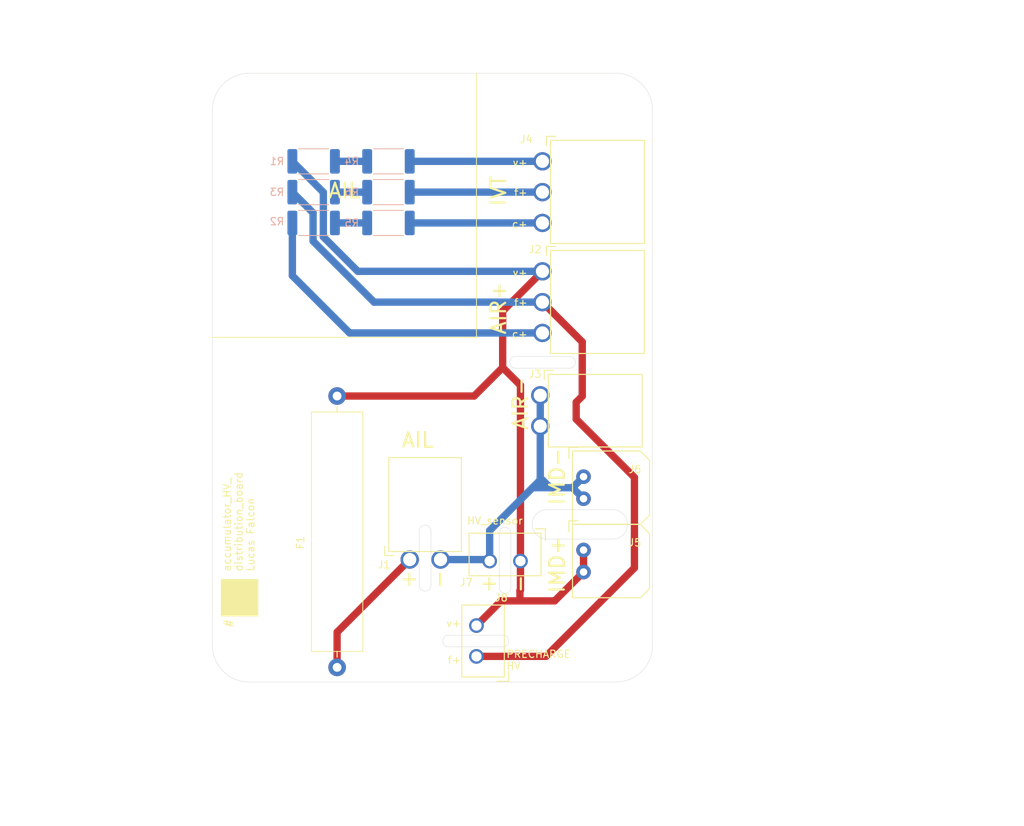
<source format=kicad_pcb>
(kicad_pcb (version 20171130) (host pcbnew "(5.1.6)-1")

  (general
    (thickness 1.6)
    (drawings 67)
    (tracks 56)
    (zones 0)
    (modules 22)
    (nets 12)
  )

  (page A4)
  (layers
    (0 F.Cu signal)
    (31 B.Cu signal)
    (32 B.Adhes user)
    (33 F.Adhes user)
    (34 B.Paste user)
    (35 F.Paste user)
    (36 B.SilkS user)
    (37 F.SilkS user)
    (38 B.Mask user)
    (39 F.Mask user)
    (40 Dwgs.User user)
    (41 Cmts.User user)
    (42 Eco1.User user)
    (43 Eco2.User user)
    (44 Edge.Cuts user)
    (45 Margin user)
    (46 B.CrtYd user)
    (47 F.CrtYd user)
    (48 B.Fab user)
    (49 F.Fab user)
  )

  (setup
    (last_trace_width 1)
    (trace_clearance 0.4)
    (zone_clearance 0.508)
    (zone_45_only no)
    (trace_min 0.2)
    (via_size 0.8)
    (via_drill 0.4)
    (via_min_size 0.4)
    (via_min_drill 0.3)
    (uvia_size 0.3)
    (uvia_drill 0.1)
    (uvias_allowed no)
    (uvia_min_size 0.2)
    (uvia_min_drill 0.1)
    (edge_width 0.05)
    (segment_width 0.2)
    (pcb_text_width 0.3)
    (pcb_text_size 1.5 1.5)
    (mod_edge_width 0.12)
    (mod_text_size 1 1)
    (mod_text_width 0.15)
    (pad_size 1.524 1.524)
    (pad_drill 0.762)
    (pad_to_mask_clearance 0.051)
    (solder_mask_min_width 0.25)
    (aux_axis_origin 145 80)
    (grid_origin 145 80)
    (visible_elements 7FFDFFFF)
    (pcbplotparams
      (layerselection 0x010fc_ffffffff)
      (usegerberextensions false)
      (usegerberattributes false)
      (usegerberadvancedattributes false)
      (creategerberjobfile false)
      (excludeedgelayer true)
      (linewidth 0.100000)
      (plotframeref false)
      (viasonmask false)
      (mode 1)
      (useauxorigin false)
      (hpglpennumber 1)
      (hpglpenspeed 20)
      (hpglpendiameter 15.000000)
      (psnegative false)
      (psa4output false)
      (plotreference true)
      (plotvalue true)
      (plotinvisibletext false)
      (padsonsilk false)
      (subtractmaskfromsilk false)
      (outputformat 1)
      (mirror false)
      (drillshape 1)
      (scaleselection 1)
      (outputdirectory ""))
  )

  (net 0 "")
  (net 1 /AIR+_vehicle_side)
  (net 2 /AIR-_vehicle_side)
  (net 3 /AIR+_fuse_side)
  (net 4 /cells+)
  (net 5 "Net-(F1-Pad1)")
  (net 6 "Net-(J4-Pad1)")
  (net 7 "Net-(J4-Pad2)")
  (net 8 "Net-(J4-Pad3)")
  (net 9 "Net-(R1-Pad1)")
  (net 10 "Net-(R2-Pad1)")
  (net 11 "Net-(R3-Pad1)")

  (net_class Default "This is the default net class."
    (clearance 0.4)
    (trace_width 1)
    (via_dia 0.8)
    (via_drill 0.4)
    (uvia_dia 0.3)
    (uvia_drill 0.1)
    (add_net /AIR+_fuse_side)
    (add_net /AIR+_vehicle_side)
    (add_net /AIR-_vehicle_side)
    (add_net /cells+)
    (add_net "Net-(F1-Pad1)")
    (add_net "Net-(J4-Pad1)")
    (add_net "Net-(J4-Pad2)")
    (add_net "Net-(J4-Pad3)")
    (add_net "Net-(R1-Pad1)")
    (add_net "Net-(R2-Pad1)")
    (add_net "Net-(R3-Pad1)")
  )

  (module MountingHole:MountingHole_3.2mm_M3 (layer B.Cu) (tedit 56D1B4CB) (tstamp 60C738B3)
    (at 120 92)
    (descr "Mounting Hole 3.2mm, no annular, M3")
    (tags "mounting hole 3.2mm no annular m3")
    (attr virtual)
    (fp_text reference REF** (at -0.254 4.572) (layer B.SilkS) hide
      (effects (font (size 1 1) (thickness 0.15)) (justify mirror))
    )
    (fp_text value MountingHole_3.2mm_M3 (at 0 -4.2) (layer B.Fab) hide
      (effects (font (size 1 1) (thickness 0.15)) (justify mirror))
    )
    (fp_circle (center 0 0) (end 3.2 0) (layer Cmts.User) (width 0.15))
    (fp_circle (center 0 0) (end 3.45 0) (layer B.CrtYd) (width 0.05))
    (fp_text user %R (at 0.3 0) (layer B.Fab) hide
      (effects (font (size 1 1) (thickness 0.15)) (justify mirror))
    )
    (pad 1 np_thru_hole circle (at 0 0) (size 3.2 3.2) (drill 3.2) (layers *.Cu *.Mask))
  )

  (module MountingHole:MountingHole_3.2mm_M3 locked (layer B.Cu) (tedit 56D1B4CB) (tstamp 60457073)
    (at 133 71)
    (descr "Mounting Hole 3.2mm, no annular, M3")
    (tags "mounting hole 3.2mm no annular m3")
    (attr virtual)
    (fp_text reference REF** (at -0.254 4.572) (layer B.SilkS) hide
      (effects (font (size 1 1) (thickness 0.15)) (justify mirror))
    )
    (fp_text value MountingHole_3.2mm_M3 (at 0 -4.2) (layer B.Fab) hide
      (effects (font (size 1 1) (thickness 0.15)) (justify mirror))
    )
    (fp_circle (center 0 0) (end 3.2 0) (layer Cmts.User) (width 0.15))
    (fp_circle (center 0 0) (end 3.45 0) (layer B.CrtYd) (width 0.05))
    (fp_text user %R (at 0.3 0) (layer B.Fab) hide
      (effects (font (size 1 1) (thickness 0.15)) (justify mirror))
    )
    (pad 1 np_thru_hole circle (at 0 0) (size 3.2 3.2) (drill 3.2) (layers *.Cu *.Mask))
  )

  (module MountingHole:MountingHole_3.2mm_M3 locked (layer B.Cu) (tedit 56D1B4CB) (tstamp 60456CB2)
    (at 146 45)
    (descr "Mounting Hole 3.2mm, no annular, M3")
    (tags "mounting hole 3.2mm no annular m3")
    (attr virtual)
    (fp_text reference REF** (at -0.254 4.572) (layer B.SilkS) hide
      (effects (font (size 1 1) (thickness 0.15)) (justify mirror))
    )
    (fp_text value MountingHole_3.2mm_M3 (at 0 -4.2) (layer B.Fab) hide
      (effects (font (size 1 1) (thickness 0.15)) (justify mirror))
    )
    (fp_circle (center 0 0) (end 3.2 0) (layer Cmts.User) (width 0.15))
    (fp_circle (center 0 0) (end 3.45 0) (layer B.CrtYd) (width 0.05))
    (fp_text user %R (at 0.3 0) (layer B.Fab) hide
      (effects (font (size 1 1) (thickness 0.15)) (justify mirror))
    )
    (pad 1 np_thru_hole circle (at 0 0) (size 3.2 3.2) (drill 3.2) (layers *.Cu *.Mask))
  )

  (module MountingHole:MountingHole_3.2mm_M3 locked (layer B.Cu) (tedit 56D1B4CB) (tstamp 5E944834)
    (at 170 45 180)
    (descr "Mounting Hole 3.2mm, no annular, M3")
    (tags "mounting hole 3.2mm no annular m3")
    (attr virtual)
    (fp_text reference REF** (at 0 -4.572) (layer B.SilkS) hide
      (effects (font (size 1 1) (thickness 0.15)) (justify mirror))
    )
    (fp_text value MountingHole_3.2mm_M3 (at 0 -4.2) (layer B.Fab) hide
      (effects (font (size 1 1) (thickness 0.15)) (justify mirror))
    )
    (fp_circle (center 0 0) (end 3.2 0) (layer Cmts.User) (width 0.15))
    (fp_circle (center 0 0) (end 3.45 0) (layer B.CrtYd) (width 0.05))
    (fp_text user %R (at 0.3 0) (layer B.Fab) hide
      (effects (font (size 1 1) (thickness 0.15)) (justify mirror))
    )
    (pad 1 np_thru_hole circle (at 0 0 180) (size 3.2 3.2) (drill 3.2) (layers *.Cu *.Mask))
  )

  (module MountingHole:MountingHole_3.2mm_M3 locked (layer B.Cu) (tedit 56D1B4CB) (tstamp 5F74BFA9)
    (at 120 118)
    (descr "Mounting Hole 3.2mm, no annular, M3")
    (tags "mounting hole 3.2mm no annular m3")
    (attr virtual)
    (fp_text reference REF** (at 0 -4.064) (layer B.SilkS) hide
      (effects (font (size 1 1) (thickness 0.15)) (justify mirror))
    )
    (fp_text value MountingHole_3.2mm_M3 (at 0 -4.2) (layer B.Fab) hide
      (effects (font (size 1 1) (thickness 0.15)) (justify mirror))
    )
    (fp_circle (center 0 0) (end 3.2 0) (layer Cmts.User) (width 0.15))
    (fp_circle (center 0 0) (end 3.45 0) (layer B.CrtYd) (width 0.05))
    (fp_text user %R (at 0.3 0) (layer B.Fab) hide
      (effects (font (size 1 1) (thickness 0.15)) (justify mirror))
    )
    (pad 1 np_thru_hole circle (at 0 0) (size 3.2 3.2) (drill 3.2) (layers *.Cu *.Mask))
  )

  (module MountingHole:MountingHole_3.2mm_M3 locked (layer B.Cu) (tedit 56D1B4CB) (tstamp 5E9480E4)
    (at 170 118 180)
    (descr "Mounting Hole 3.2mm, no annular, M3")
    (tags "mounting hole 3.2mm no annular m3")
    (attr virtual)
    (fp_text reference REF** (at 0 4.826) (layer B.SilkS) hide
      (effects (font (size 1 1) (thickness 0.15)) (justify mirror))
    )
    (fp_text value MountingHole_3.2mm_M3 (at 0 -4.2) (layer B.Fab) hide
      (effects (font (size 1 1) (thickness 0.15)) (justify mirror))
    )
    (fp_circle (center 0 0) (end 3.2 0) (layer Cmts.User) (width 0.15))
    (fp_circle (center 0 0) (end 3.45 0) (layer B.CrtYd) (width 0.05))
    (fp_text user %R (at 0.3 0) (layer B.Fab) hide
      (effects (font (size 1 1) (thickness 0.15)) (justify mirror))
    )
    (pad 1 np_thru_hole circle (at 0 0 180) (size 3.2 3.2) (drill 3.2) (layers *.Cu *.Mask))
  )

  (module MountingHole:MountingHole_3.2mm_M3 locked (layer B.Cu) (tedit 56D1B4CB) (tstamp 5E9447DD)
    (at 120 45)
    (descr "Mounting Hole 3.2mm, no annular, M3")
    (tags "mounting hole 3.2mm no annular m3")
    (attr virtual)
    (fp_text reference REF** (at -0.254 4.572) (layer B.SilkS) hide
      (effects (font (size 1 1) (thickness 0.15)) (justify mirror))
    )
    (fp_text value MountingHole_3.2mm_M3 (at 0 -4.2) (layer B.Fab) hide
      (effects (font (size 1 1) (thickness 0.15)) (justify mirror))
    )
    (fp_circle (center 0 0) (end 3.2 0) (layer Cmts.User) (width 0.15))
    (fp_circle (center 0 0) (end 3.45 0) (layer B.CrtYd) (width 0.05))
    (fp_text user %R (at 0.3 0) (layer B.Fab) hide
      (effects (font (size 1 1) (thickness 0.15)) (justify mirror))
    )
    (pad 1 np_thru_hole circle (at 0 0) (size 3.2 3.2) (drill 3.2) (layers *.Cu *.Mask))
  )

  (module KTHFS:Wurth-MPC3_angle_2 (layer F.Cu) (tedit 5D9A6CA2) (tstamp 5F75F946)
    (at 165.6 105 90)
    (path /5E94DAAE)
    (fp_text reference J5 (at 1 7 180) (layer F.SilkS)
      (effects (font (size 1 1) (thickness 0.15)))
    )
    (fp_text value Conn_01x02_Male (at 0 -0.5 90) (layer F.Fab)
      (effects (font (size 1 1) (thickness 0.15)))
    )
    (fp_line (start -6.5 7.75) (end -6.5 -1.5) (layer F.SilkS) (width 0.15))
    (fp_line (start -5.25 9) (end -6.5 7.75) (layer F.SilkS) (width 0.15))
    (fp_line (start 3.5 -1.5) (end 3.5 7.75) (layer F.SilkS) (width 0.15))
    (fp_line (start 3.5 -1.5) (end -6.5 -1.5) (layer F.SilkS) (width 0.15))
    (fp_line (start 3.5 7.75) (end 2.25 9) (layer F.SilkS) (width 0.15))
    (fp_line (start 2.25 9) (end -5.25 9) (layer F.SilkS) (width 0.15))
    (fp_line (start 2.5 -2) (end 4 -2) (layer F.SilkS) (width 0.15))
    (fp_line (start 4 -2) (end 4 -0.75) (layer F.SilkS) (width 0.15))
    (pad "" np_thru_hole circle (at -1.5 4.32 90) (size 3 3) (drill 3) (layers *.Cu *.Mask))
    (pad 2 thru_hole circle (at -3 0 90) (size 2 2) (drill 1.02) (layers *.Cu *.Mask)
      (net 1 /AIR+_vehicle_side))
    (pad 1 thru_hole circle (at 0 0 90) (size 2 2) (drill 1.02) (layers *.Cu *.Mask)
      (net 1 /AIR+_vehicle_side))
    (model ${KICAD_INFRASTRUCTURE}/libraries/3dmodels/Wurth-MPC3_angle_2.stp
      (offset (xyz -1.5 -4 2))
      (scale (xyz 1 1 1))
      (rotate (xyz 0 0 0))
    )
  )

  (module KTHFS:Wurth-MPC3_angle_2 (layer F.Cu) (tedit 5D9A6CA2) (tstamp 5F75F954)
    (at 165.6 95 90)
    (path /5E94DF12)
    (fp_text reference J6 (at 1 7 180) (layer F.SilkS)
      (effects (font (size 1 1) (thickness 0.15)))
    )
    (fp_text value Conn_01x02_Male (at 0 -0.5 90) (layer F.Fab)
      (effects (font (size 1 1) (thickness 0.15)))
    )
    (fp_line (start 4 -2) (end 4 -0.75) (layer F.SilkS) (width 0.15))
    (fp_line (start 2.5 -2) (end 4 -2) (layer F.SilkS) (width 0.15))
    (fp_line (start 2.25 9) (end -5.25 9) (layer F.SilkS) (width 0.15))
    (fp_line (start 3.5 7.75) (end 2.25 9) (layer F.SilkS) (width 0.15))
    (fp_line (start 3.5 -1.5) (end -6.5 -1.5) (layer F.SilkS) (width 0.15))
    (fp_line (start 3.5 -1.5) (end 3.5 7.75) (layer F.SilkS) (width 0.15))
    (fp_line (start -5.25 9) (end -6.5 7.75) (layer F.SilkS) (width 0.15))
    (fp_line (start -6.5 7.75) (end -6.5 -1.5) (layer F.SilkS) (width 0.15))
    (pad 1 thru_hole circle (at 0 0 90) (size 2 2) (drill 1.02) (layers *.Cu *.Mask)
      (net 2 /AIR-_vehicle_side))
    (pad 2 thru_hole circle (at -3 0 90) (size 2 2) (drill 1.02) (layers *.Cu *.Mask)
      (net 2 /AIR-_vehicle_side))
    (pad "" np_thru_hole circle (at -1.5 4.32 90) (size 3 3) (drill 3) (layers *.Cu *.Mask))
    (model ${KICAD_INFRASTRUCTURE}/libraries/3dmodels/Wurth-MPC3_angle_2.stp
      (offset (xyz -1.5 -4 2))
      (scale (xyz 1 1 1))
      (rotate (xyz 0 0 0))
    )
  )

  (module KTHFS:Wurth-MPC4_male_angle_2 (layer F.Cu) (tedit 5FC37223) (tstamp 60456D13)
    (at 144 99 180)
    (path /5E90A16B)
    (fp_text reference J1 (at 5.6 -8) (layer F.SilkS)
      (effects (font (size 1 1) (thickness 0.15)))
    )
    (fp_text value Conn_01x02_Male (at -13 -8) (layer F.Fab)
      (effects (font (size 1 1) (thickness 0.15)))
    )
    (fp_line (start 5.5 -6.75) (end 5.5 -5.5) (layer F.SilkS) (width 0.15))
    (fp_line (start 4.25 -6.75) (end 5.5 -6.75) (layer F.SilkS) (width 0.15))
    (fp_line (start 4.95 6.6) (end 4.95 -6.2) (layer F.SilkS) (width 0.15))
    (fp_line (start -4.95 6.6) (end 4.95 6.6) (layer F.SilkS) (width 0.15))
    (fp_line (start -4.95 6.6) (end -4.95 -6.2) (layer F.SilkS) (width 0.15))
    (fp_line (start 4.95 -6.2) (end -4.95 -6.2) (layer F.SilkS) (width 0.15))
    (pad "" np_thru_hole circle (at 0 0 180) (size 3 3) (drill 3) (layers *.Cu *.Mask))
    (pad 1 thru_hole circle (at 2.1 -7.3 180) (size 2.5 2.5) (drill 1.8) (layers *.Cu *.Mask)
      (net 5 "Net-(F1-Pad1)"))
    (pad 2 thru_hole circle (at -2.1 -7.3 180) (size 2.5 2.5) (drill 1.8) (layers *.Cu *.Mask)
      (net 2 /AIR-_vehicle_side))
    (model ${KICAD_INFRASTRUCTURE}/libraries/3dmodels/Wurth-MPC4_angle_2.stp
      (offset (xyz 0 0 3.25))
      (scale (xyz 1 1 1))
      (rotate (xyz 0 0 90))
    )
  )

  (module KTHFS:Wurth-MPC4_male_angle_3 (layer F.Cu) (tedit 5FC37215) (tstamp 60456563)
    (at 160 67 90)
    (path /5F823A6A)
    (fp_text reference J2 (at 3 -1 180) (layer F.SilkS)
      (effects (font (size 1 1) (thickness 0.15)))
    )
    (fp_text value Conn_01x03_Male (at -13 -8 90) (layer F.Fab)
      (effects (font (size 1 1) (thickness 0.15)))
    )
    (fp_line (start 2.85 1.1) (end -11.2 1.1) (layer F.SilkS) (width 0.15))
    (fp_line (start -11.2 13.9) (end -11.2 1.1) (layer F.SilkS) (width 0.15))
    (fp_line (start -11.2 13.9) (end 2.85 13.9) (layer F.SilkS) (width 0.15))
    (fp_line (start 2.85 13.9) (end 2.85 1.1) (layer F.SilkS) (width 0.15))
    (fp_line (start 2.15 0.55) (end 3.4 0.55) (layer F.SilkS) (width 0.15))
    (fp_line (start 3.4 0.55) (end 3.4 1.8) (layer F.SilkS) (width 0.15))
    (pad 3 thru_hole circle (at -8.4 0 90) (size 2.5 2.5) (drill 1.8) (layers *.Cu *.Mask)
      (net 4 /cells+))
    (pad 2 thru_hole circle (at -4.2 0 90) (size 2.5 2.5) (drill 1.8) (layers *.Cu *.Mask)
      (net 3 /AIR+_fuse_side))
    (pad 1 thru_hole circle (at 0 0 90) (size 2.5 2.5) (drill 1.8) (layers *.Cu *.Mask)
      (net 1 /AIR+_vehicle_side))
    (pad "" np_thru_hole circle (at -4.2 7.3 90) (size 3 3) (drill 3) (layers *.Cu *.Mask))
    (model ${KICAD_INFRASTRUCTURE}/libraries/3dmodels/Wurth-MPC4_angle_3.stp
      (offset (xyz -4.25 -7.5 3.75))
      (scale (xyz 1 1 1))
      (rotate (xyz -90 0 0))
    )
  )

  (module KTHFS:Wurth-MPC4_male_angle_3 (layer F.Cu) (tedit 5FC37215) (tstamp 6045657B)
    (at 160 52 90)
    (path /5E931353)
    (fp_text reference J4 (at 3 -2.2 180) (layer F.SilkS)
      (effects (font (size 1 1) (thickness 0.15)))
    )
    (fp_text value Conn_01x03_Male (at -13 -8 90) (layer F.Fab)
      (effects (font (size 1 1) (thickness 0.15)))
    )
    (fp_line (start 3.4 0.55) (end 3.4 1.8) (layer F.SilkS) (width 0.15))
    (fp_line (start 2.15 0.55) (end 3.4 0.55) (layer F.SilkS) (width 0.15))
    (fp_line (start 2.85 13.9) (end 2.85 1.1) (layer F.SilkS) (width 0.15))
    (fp_line (start -11.2 13.9) (end 2.85 13.9) (layer F.SilkS) (width 0.15))
    (fp_line (start -11.2 13.9) (end -11.2 1.1) (layer F.SilkS) (width 0.15))
    (fp_line (start 2.85 1.1) (end -11.2 1.1) (layer F.SilkS) (width 0.15))
    (pad "" np_thru_hole circle (at -4.2 7.3 90) (size 3 3) (drill 3) (layers *.Cu *.Mask))
    (pad 1 thru_hole circle (at 0 0 90) (size 2.5 2.5) (drill 1.8) (layers *.Cu *.Mask)
      (net 6 "Net-(J4-Pad1)"))
    (pad 2 thru_hole circle (at -4.2 0 90) (size 2.5 2.5) (drill 1.8) (layers *.Cu *.Mask)
      (net 7 "Net-(J4-Pad2)"))
    (pad 3 thru_hole circle (at -8.4 0 90) (size 2.5 2.5) (drill 1.8) (layers *.Cu *.Mask)
      (net 8 "Net-(J4-Pad3)"))
    (model ${KICAD_INFRASTRUCTURE}/libraries/3dmodels/Wurth-MPC4_angle_3.stp
      (offset (xyz -4.25 -7.5 3.75))
      (scale (xyz 1 1 1))
      (rotate (xyz -90 0 0))
    )
  )

  (module KTHFS:Wurth-MPC4_male_vert_2 (layer F.Cu) (tedit 5FC3723C) (tstamp 60456812)
    (at 151 119.5 90)
    (path /5E90ECE1)
    (fp_text reference J8 (at 8 3.4 180) (layer F.SilkS)
      (effects (font (size 1 1) (thickness 0.15)))
    )
    (fp_text value Conn_01x02_Male (at 0 -0.5 90) (layer F.Fab)
      (effects (font (size 1 1) (thickness 0.15)))
    )
    (fp_line (start -3.4 4.4) (end -2 4.4) (layer F.SilkS) (width 0.15))
    (fp_line (start -3.4 2.8) (end -3.4 4.4) (layer F.SilkS) (width 0.15))
    (fp_line (start 7 -2) (end -2.8 -2) (layer F.SilkS) (width 0.15))
    (fp_line (start 7 3.8) (end 7 -2) (layer F.SilkS) (width 0.15))
    (fp_line (start -2.8 3.8) (end 7 3.8) (layer F.SilkS) (width 0.15))
    (fp_line (start -2.8 -2) (end -2.8 3.8) (layer F.SilkS) (width 0.15))
    (pad 1 thru_hole circle (at 0 0 90) (size 2 2) (drill 1.4) (layers *.Cu *.Mask)
      (net 3 /AIR+_fuse_side))
    (pad 2 thru_hole circle (at 4.2 0 90) (size 2 2) (drill 1.4) (layers *.Cu *.Mask)
      (net 1 /AIR+_vehicle_side))
    (model ${KICAD_INFRASTRUCTURE}/libraries/3dmodels/Wurth-MPC4_vert_2.stp
      (offset (xyz 2 -1 6.5))
      (scale (xyz 1 1 1))
      (rotate (xyz 0 0 0))
    )
  )

  (module KTHFS:Wurth-MPC4_male_angle_2 (layer F.Cu) (tedit 5FC37223) (tstamp 604567AE)
    (at 167 86 90)
    (path /5E93043B)
    (fp_text reference J3 (at 5 -8 180) (layer F.SilkS)
      (effects (font (size 1 1) (thickness 0.15)))
    )
    (fp_text value Conn_01x02_Male (at -13 -8 90) (layer F.Fab)
      (effects (font (size 1 1) (thickness 0.15)))
    )
    (fp_line (start 5.5 -6.75) (end 5.5 -5.5) (layer F.SilkS) (width 0.15))
    (fp_line (start 4.25 -6.75) (end 5.5 -6.75) (layer F.SilkS) (width 0.15))
    (fp_line (start 4.95 6.6) (end 4.95 -6.2) (layer F.SilkS) (width 0.15))
    (fp_line (start -4.95 6.6) (end 4.95 6.6) (layer F.SilkS) (width 0.15))
    (fp_line (start -4.95 6.6) (end -4.95 -6.2) (layer F.SilkS) (width 0.15))
    (fp_line (start 4.95 -6.2) (end -4.95 -6.2) (layer F.SilkS) (width 0.15))
    (pad "" np_thru_hole circle (at 0 0 90) (size 3 3) (drill 3) (layers *.Cu *.Mask))
    (pad 1 thru_hole circle (at 2.1 -7.3 90) (size 2.5 2.5) (drill 1.8) (layers *.Cu *.Mask)
      (net 2 /AIR-_vehicle_side))
    (pad 2 thru_hole circle (at -2.1 -7.3 90) (size 2.5 2.5) (drill 1.8) (layers *.Cu *.Mask)
      (net 2 /AIR-_vehicle_side))
    (model ${KICAD_INFRASTRUCTURE}/libraries/3dmodels/Wurth-MPC4_angle_2.stp
      (offset (xyz 0 0 3.25))
      (scale (xyz 1 1 1))
      (rotate (xyz 0 0 90))
    )
  )

  (module KTHFS:Wurth-MPC4_male_vert_2 (layer F.Cu) (tedit 5FC3723C) (tstamp 604571A8)
    (at 157 106.5 180)
    (path /5E90E784)
    (fp_text reference J7 (at 7.4 -2.9) (layer F.SilkS)
      (effects (font (size 1 1) (thickness 0.15)))
    )
    (fp_text value Conn_01x02_Male (at 0 -0.5) (layer F.Fab)
      (effects (font (size 1 1) (thickness 0.15)))
    )
    (fp_line (start -3.4 4.4) (end -2 4.4) (layer F.SilkS) (width 0.15))
    (fp_line (start -3.4 2.8) (end -3.4 4.4) (layer F.SilkS) (width 0.15))
    (fp_line (start 7 -2) (end -2.8 -2) (layer F.SilkS) (width 0.15))
    (fp_line (start 7 3.8) (end 7 -2) (layer F.SilkS) (width 0.15))
    (fp_line (start -2.8 3.8) (end 7 3.8) (layer F.SilkS) (width 0.15))
    (fp_line (start -2.8 -2) (end -2.8 3.8) (layer F.SilkS) (width 0.15))
    (pad 1 thru_hole circle (at 0 0 180) (size 2 2) (drill 1.4) (layers *.Cu *.Mask)
      (net 1 /AIR+_vehicle_side))
    (pad 2 thru_hole circle (at 4.2 0 180) (size 2 2) (drill 1.4) (layers *.Cu *.Mask)
      (net 2 /AIR-_vehicle_side))
    (model ${KICAD_INFRASTRUCTURE}/libraries/3dmodels/Wurth-MPC4_vert_2.stp
      (offset (xyz 2 -1 6.5))
      (scale (xyz 1 1 1))
      (rotate (xyz 0 0 0))
    )
  )

  (module Fuse:Fuse_SunFuse-6HP (layer F.Cu) (tedit 5A64049B) (tstamp 6057322F)
    (at 132 121 90)
    (descr "SunFuse Ceramic Slow Blow Fuse 6H_6HP.PDF")
    (tags "UL/CSA 6x32mm Ceramic Slow Blow Fuse")
    (path /60572C24)
    (fp_text reference F1 (at 17 -5 90) (layer F.SilkS)
      (effects (font (size 1 1) (thickness 0.15)))
    )
    (fp_text value "200 mA" (at 19.05 -5.08 90) (layer F.Fab)
      (effects (font (size 1 1) (thickness 0.15)))
    )
    (fp_line (start 0 0) (end 2.25 0) (layer F.Fab) (width 0.1))
    (fp_line (start 34.75 0) (end 37 0) (layer F.Fab) (width 0.1))
    (fp_line (start 34.82 0) (end 35.5 0) (layer F.SilkS) (width 0.15))
    (fp_line (start 1.4 0) (end 2.18 0) (layer F.SilkS) (width 0.15))
    (fp_line (start 10 2.5) (end 27 2.5) (layer F.Fab) (width 0.1))
    (fp_line (start 10 -2.5) (end 27 -2.5) (layer F.Fab) (width 0.1))
    (fp_line (start 27 3.05) (end 30 3.05) (layer F.Fab) (width 0.1))
    (fp_line (start 27 -3.05) (end 30 -3.05) (layer F.Fab) (width 0.1))
    (fp_line (start 7 3.05) (end 10 3.05) (layer F.Fab) (width 0.1))
    (fp_line (start 7 -3.05) (end 10 -3.05) (layer F.Fab) (width 0.1))
    (fp_line (start 27 3.05) (end 27 -3.05) (layer F.Fab) (width 0.1))
    (fp_line (start 30 -3.375) (end 30 3.375) (layer F.Fab) (width 0.1))
    (fp_line (start 7 -3.375) (end 7 3.375) (layer F.Fab) (width 0.1))
    (fp_line (start 30 3.37) (end 34.75 3.375) (layer F.Fab) (width 0.1))
    (fp_line (start 30 -3.375) (end 34.75 -3.375) (layer F.Fab) (width 0.1))
    (fp_line (start 34.75 -3.375) (end 34.75 3.375) (layer F.Fab) (width 0.1))
    (fp_line (start 2.25 3.375) (end 7 3.375) (layer F.Fab) (width 0.1))
    (fp_line (start 10 3.05) (end 10 -3.05) (layer F.Fab) (width 0.1))
    (fp_line (start 2.25 -3.375) (end 7 -3.375) (layer F.Fab) (width 0.1))
    (fp_line (start 2.25 -3.375) (end 2.25 3.375) (layer F.Fab) (width 0.1))
    (fp_line (start -1.5 -3.75) (end 38.5 -3.75) (layer F.CrtYd) (width 0.05))
    (fp_line (start -1.5 -3.75) (end -1.5 3.75) (layer F.CrtYd) (width 0.05))
    (fp_line (start 38.5 3.75) (end 38.5 -3.75) (layer F.CrtYd) (width 0.05))
    (fp_line (start -1.5 3.75) (end 38.5 3.75) (layer F.CrtYd) (width 0.05))
    (fp_line (start 2.18 -3.5) (end 34.82 -3.5) (layer F.SilkS) (width 0.12))
    (fp_line (start 2.18 -3.5) (end 2.18 3.5) (layer F.SilkS) (width 0.12))
    (fp_line (start 34.82 3.5) (end 34.82 -3.5) (layer F.SilkS) (width 0.12))
    (fp_line (start 2.18 3.5) (end 34.82 3.5) (layer F.SilkS) (width 0.12))
    (fp_text user %R (at 17.78 5.08 90) (layer F.Fab)
      (effects (font (size 1 1) (thickness 0.15)))
    )
    (pad 1 thru_hole circle (at 0 0 90) (size 2.4 2.4) (drill 1.2) (layers *.Cu *.Mask)
      (net 5 "Net-(F1-Pad1)"))
    (pad 2 thru_hole circle (at 37 0 90) (size 2.4 2.4) (drill 1.2) (layers *.Cu *.Mask)
      (net 1 /AIR+_vehicle_side))
    (model ${KISYS3DMOD}/Fuse.3dshapes/Fuse_SunFuse-6HP.wrl
      (at (xyz 0 0 0))
      (scale (xyz 1 1 1))
      (rotate (xyz 0 0 0))
    )
  )

  (module Resistor_SMD:R_2512_6332Metric (layer B.Cu) (tedit 5B301BBD) (tstamp 60576D43)
    (at 128.8 52 180)
    (descr "Resistor SMD 2512 (6332 Metric), square (rectangular) end terminal, IPC_7351 nominal, (Body size source: http://www.tortai-tech.com/upload/download/2011102023233369053.pdf), generated with kicad-footprint-generator")
    (tags resistor)
    (path /60583AB1)
    (attr smd)
    (fp_text reference R1 (at 5 0) (layer B.SilkS)
      (effects (font (size 1 1) (thickness 0.15)) (justify mirror))
    )
    (fp_text value 100k (at 0 -2.62) (layer B.Fab)
      (effects (font (size 1 1) (thickness 0.15)) (justify mirror))
    )
    (fp_line (start 3.82 -1.92) (end -3.82 -1.92) (layer B.CrtYd) (width 0.05))
    (fp_line (start 3.82 1.92) (end 3.82 -1.92) (layer B.CrtYd) (width 0.05))
    (fp_line (start -3.82 1.92) (end 3.82 1.92) (layer B.CrtYd) (width 0.05))
    (fp_line (start -3.82 -1.92) (end -3.82 1.92) (layer B.CrtYd) (width 0.05))
    (fp_line (start -2.052064 -1.71) (end 2.052064 -1.71) (layer B.SilkS) (width 0.12))
    (fp_line (start -2.052064 1.71) (end 2.052064 1.71) (layer B.SilkS) (width 0.12))
    (fp_line (start 3.15 -1.6) (end -3.15 -1.6) (layer B.Fab) (width 0.1))
    (fp_line (start 3.15 1.6) (end 3.15 -1.6) (layer B.Fab) (width 0.1))
    (fp_line (start -3.15 1.6) (end 3.15 1.6) (layer B.Fab) (width 0.1))
    (fp_line (start -3.15 -1.6) (end -3.15 1.6) (layer B.Fab) (width 0.1))
    (fp_text user %R (at 0 0) (layer B.Fab)
      (effects (font (size 1 1) (thickness 0.15)) (justify mirror))
    )
    (pad 2 smd roundrect (at 2.9 0 180) (size 1.35 3.35) (layers B.Cu B.Paste B.Mask) (roundrect_rratio 0.185185)
      (net 1 /AIR+_vehicle_side))
    (pad 1 smd roundrect (at -2.9 0 180) (size 1.35 3.35) (layers B.Cu B.Paste B.Mask) (roundrect_rratio 0.185185)
      (net 9 "Net-(R1-Pad1)"))
    (model ${KISYS3DMOD}/Resistor_SMD.3dshapes/R_2512_6332Metric.wrl
      (at (xyz 0 0 0))
      (scale (xyz 1 1 1))
      (rotate (xyz 0 0 0))
    )
  )

  (module Resistor_SMD:R_2512_6332Metric (layer B.Cu) (tedit 5B301BBD) (tstamp 60576D53)
    (at 128.8 60.4 180)
    (descr "Resistor SMD 2512 (6332 Metric), square (rectangular) end terminal, IPC_7351 nominal, (Body size source: http://www.tortai-tech.com/upload/download/2011102023233369053.pdf), generated with kicad-footprint-generator")
    (tags resistor)
    (path /60584066)
    (attr smd)
    (fp_text reference R2 (at 5 0.2) (layer B.SilkS)
      (effects (font (size 1 1) (thickness 0.15)) (justify mirror))
    )
    (fp_text value 100k (at 0 -2.62) (layer B.Fab)
      (effects (font (size 1 1) (thickness 0.15)) (justify mirror))
    )
    (fp_line (start -3.15 -1.6) (end -3.15 1.6) (layer B.Fab) (width 0.1))
    (fp_line (start -3.15 1.6) (end 3.15 1.6) (layer B.Fab) (width 0.1))
    (fp_line (start 3.15 1.6) (end 3.15 -1.6) (layer B.Fab) (width 0.1))
    (fp_line (start 3.15 -1.6) (end -3.15 -1.6) (layer B.Fab) (width 0.1))
    (fp_line (start -2.052064 1.71) (end 2.052064 1.71) (layer B.SilkS) (width 0.12))
    (fp_line (start -2.052064 -1.71) (end 2.052064 -1.71) (layer B.SilkS) (width 0.12))
    (fp_line (start -3.82 -1.92) (end -3.82 1.92) (layer B.CrtYd) (width 0.05))
    (fp_line (start -3.82 1.92) (end 3.82 1.92) (layer B.CrtYd) (width 0.05))
    (fp_line (start 3.82 1.92) (end 3.82 -1.92) (layer B.CrtYd) (width 0.05))
    (fp_line (start 3.82 -1.92) (end -3.82 -1.92) (layer B.CrtYd) (width 0.05))
    (fp_text user %R (at 0 0) (layer B.Fab)
      (effects (font (size 1 1) (thickness 0.15)) (justify mirror))
    )
    (pad 1 smd roundrect (at -2.9 0 180) (size 1.35 3.35) (layers B.Cu B.Paste B.Mask) (roundrect_rratio 0.185185)
      (net 10 "Net-(R2-Pad1)"))
    (pad 2 smd roundrect (at 2.9 0 180) (size 1.35 3.35) (layers B.Cu B.Paste B.Mask) (roundrect_rratio 0.185185)
      (net 4 /cells+))
    (model ${KISYS3DMOD}/Resistor_SMD.3dshapes/R_2512_6332Metric.wrl
      (at (xyz 0 0 0))
      (scale (xyz 1 1 1))
      (rotate (xyz 0 0 0))
    )
  )

  (module Resistor_SMD:R_2512_6332Metric (layer B.Cu) (tedit 5B301BBD) (tstamp 60576D63)
    (at 128.8 56.2 180)
    (descr "Resistor SMD 2512 (6332 Metric), square (rectangular) end terminal, IPC_7351 nominal, (Body size source: http://www.tortai-tech.com/upload/download/2011102023233369053.pdf), generated with kicad-footprint-generator")
    (tags resistor)
    (path /605846E7)
    (attr smd)
    (fp_text reference R3 (at 5 0) (layer B.SilkS)
      (effects (font (size 1 1) (thickness 0.15)) (justify mirror))
    )
    (fp_text value 100k (at 0 -2.62) (layer B.Fab)
      (effects (font (size 1 1) (thickness 0.15)) (justify mirror))
    )
    (fp_line (start 3.82 -1.92) (end -3.82 -1.92) (layer B.CrtYd) (width 0.05))
    (fp_line (start 3.82 1.92) (end 3.82 -1.92) (layer B.CrtYd) (width 0.05))
    (fp_line (start -3.82 1.92) (end 3.82 1.92) (layer B.CrtYd) (width 0.05))
    (fp_line (start -3.82 -1.92) (end -3.82 1.92) (layer B.CrtYd) (width 0.05))
    (fp_line (start -2.052064 -1.71) (end 2.052064 -1.71) (layer B.SilkS) (width 0.12))
    (fp_line (start -2.052064 1.71) (end 2.052064 1.71) (layer B.SilkS) (width 0.12))
    (fp_line (start 3.15 -1.6) (end -3.15 -1.6) (layer B.Fab) (width 0.1))
    (fp_line (start 3.15 1.6) (end 3.15 -1.6) (layer B.Fab) (width 0.1))
    (fp_line (start -3.15 1.6) (end 3.15 1.6) (layer B.Fab) (width 0.1))
    (fp_line (start -3.15 -1.6) (end -3.15 1.6) (layer B.Fab) (width 0.1))
    (fp_text user %R (at 0 0) (layer B.Fab)
      (effects (font (size 1 1) (thickness 0.15)) (justify mirror))
    )
    (pad 2 smd roundrect (at 2.9 0 180) (size 1.35 3.35) (layers B.Cu B.Paste B.Mask) (roundrect_rratio 0.185185)
      (net 3 /AIR+_fuse_side))
    (pad 1 smd roundrect (at -2.9 0 180) (size 1.35 3.35) (layers B.Cu B.Paste B.Mask) (roundrect_rratio 0.185185)
      (net 11 "Net-(R3-Pad1)"))
    (model ${KISYS3DMOD}/Resistor_SMD.3dshapes/R_2512_6332Metric.wrl
      (at (xyz 0 0 0))
      (scale (xyz 1 1 1))
      (rotate (xyz 0 0 0))
    )
  )

  (module Resistor_SMD:R_2512_6332Metric (layer B.Cu) (tedit 5B301BBD) (tstamp 60576D73)
    (at 139 52 180)
    (descr "Resistor SMD 2512 (6332 Metric), square (rectangular) end terminal, IPC_7351 nominal, (Body size source: http://www.tortai-tech.com/upload/download/2011102023233369053.pdf), generated with kicad-footprint-generator")
    (tags resistor)
    (path /60577FF4)
    (attr smd)
    (fp_text reference R4 (at 5 0) (layer B.SilkS)
      (effects (font (size 1 1) (thickness 0.15)) (justify mirror))
    )
    (fp_text value 100k (at 0 -2.62) (layer B.Fab)
      (effects (font (size 1 1) (thickness 0.15)) (justify mirror))
    )
    (fp_line (start -3.15 -1.6) (end -3.15 1.6) (layer B.Fab) (width 0.1))
    (fp_line (start -3.15 1.6) (end 3.15 1.6) (layer B.Fab) (width 0.1))
    (fp_line (start 3.15 1.6) (end 3.15 -1.6) (layer B.Fab) (width 0.1))
    (fp_line (start 3.15 -1.6) (end -3.15 -1.6) (layer B.Fab) (width 0.1))
    (fp_line (start -2.052064 1.71) (end 2.052064 1.71) (layer B.SilkS) (width 0.12))
    (fp_line (start -2.052064 -1.71) (end 2.052064 -1.71) (layer B.SilkS) (width 0.12))
    (fp_line (start -3.82 -1.92) (end -3.82 1.92) (layer B.CrtYd) (width 0.05))
    (fp_line (start -3.82 1.92) (end 3.82 1.92) (layer B.CrtYd) (width 0.05))
    (fp_line (start 3.82 1.92) (end 3.82 -1.92) (layer B.CrtYd) (width 0.05))
    (fp_line (start 3.82 -1.92) (end -3.82 -1.92) (layer B.CrtYd) (width 0.05))
    (fp_text user %R (at 0 0) (layer B.Fab)
      (effects (font (size 1 1) (thickness 0.15)) (justify mirror))
    )
    (pad 1 smd roundrect (at -2.9 0 180) (size 1.35 3.35) (layers B.Cu B.Paste B.Mask) (roundrect_rratio 0.185185)
      (net 6 "Net-(J4-Pad1)"))
    (pad 2 smd roundrect (at 2.9 0 180) (size 1.35 3.35) (layers B.Cu B.Paste B.Mask) (roundrect_rratio 0.185185)
      (net 9 "Net-(R1-Pad1)"))
    (model ${KISYS3DMOD}/Resistor_SMD.3dshapes/R_2512_6332Metric.wrl
      (at (xyz 0 0 0))
      (scale (xyz 1 1 1))
      (rotate (xyz 0 0 0))
    )
  )

  (module Resistor_SMD:R_2512_6332Metric (layer B.Cu) (tedit 5B301BBD) (tstamp 60576D83)
    (at 139 60.4 180)
    (descr "Resistor SMD 2512 (6332 Metric), square (rectangular) end terminal, IPC_7351 nominal, (Body size source: http://www.tortai-tech.com/upload/download/2011102023233369053.pdf), generated with kicad-footprint-generator")
    (tags resistor)
    (path /6057B3D5)
    (attr smd)
    (fp_text reference R5 (at 5 0) (layer B.SilkS)
      (effects (font (size 1 1) (thickness 0.15)) (justify mirror))
    )
    (fp_text value 100k (at 0 -2.62) (layer B.Fab)
      (effects (font (size 1 1) (thickness 0.15)) (justify mirror))
    )
    (fp_line (start -3.15 -1.6) (end -3.15 1.6) (layer B.Fab) (width 0.1))
    (fp_line (start -3.15 1.6) (end 3.15 1.6) (layer B.Fab) (width 0.1))
    (fp_line (start 3.15 1.6) (end 3.15 -1.6) (layer B.Fab) (width 0.1))
    (fp_line (start 3.15 -1.6) (end -3.15 -1.6) (layer B.Fab) (width 0.1))
    (fp_line (start -2.052064 1.71) (end 2.052064 1.71) (layer B.SilkS) (width 0.12))
    (fp_line (start -2.052064 -1.71) (end 2.052064 -1.71) (layer B.SilkS) (width 0.12))
    (fp_line (start -3.82 -1.92) (end -3.82 1.92) (layer B.CrtYd) (width 0.05))
    (fp_line (start -3.82 1.92) (end 3.82 1.92) (layer B.CrtYd) (width 0.05))
    (fp_line (start 3.82 1.92) (end 3.82 -1.92) (layer B.CrtYd) (width 0.05))
    (fp_line (start 3.82 -1.92) (end -3.82 -1.92) (layer B.CrtYd) (width 0.05))
    (fp_text user %R (at 0 0) (layer B.Fab)
      (effects (font (size 1 1) (thickness 0.15)) (justify mirror))
    )
    (pad 1 smd roundrect (at -2.9 0 180) (size 1.35 3.35) (layers B.Cu B.Paste B.Mask) (roundrect_rratio 0.185185)
      (net 8 "Net-(J4-Pad3)"))
    (pad 2 smd roundrect (at 2.9 0 180) (size 1.35 3.35) (layers B.Cu B.Paste B.Mask) (roundrect_rratio 0.185185)
      (net 10 "Net-(R2-Pad1)"))
    (model ${KISYS3DMOD}/Resistor_SMD.3dshapes/R_2512_6332Metric.wrl
      (at (xyz 0 0 0))
      (scale (xyz 1 1 1))
      (rotate (xyz 0 0 0))
    )
  )

  (module Resistor_SMD:R_2512_6332Metric (layer B.Cu) (tedit 5B301BBD) (tstamp 60576D93)
    (at 139 56.2 180)
    (descr "Resistor SMD 2512 (6332 Metric), square (rectangular) end terminal, IPC_7351 nominal, (Body size source: http://www.tortai-tech.com/upload/download/2011102023233369053.pdf), generated with kicad-footprint-generator")
    (tags resistor)
    (path /6057AD22)
    (attr smd)
    (fp_text reference R6 (at 5 0) (layer B.SilkS)
      (effects (font (size 1 1) (thickness 0.15)) (justify mirror))
    )
    (fp_text value 100k (at 0 -2.62) (layer B.Fab)
      (effects (font (size 1 1) (thickness 0.15)) (justify mirror))
    )
    (fp_line (start 3.82 -1.92) (end -3.82 -1.92) (layer B.CrtYd) (width 0.05))
    (fp_line (start 3.82 1.92) (end 3.82 -1.92) (layer B.CrtYd) (width 0.05))
    (fp_line (start -3.82 1.92) (end 3.82 1.92) (layer B.CrtYd) (width 0.05))
    (fp_line (start -3.82 -1.92) (end -3.82 1.92) (layer B.CrtYd) (width 0.05))
    (fp_line (start -2.052064 -1.71) (end 2.052064 -1.71) (layer B.SilkS) (width 0.12))
    (fp_line (start -2.052064 1.71) (end 2.052064 1.71) (layer B.SilkS) (width 0.12))
    (fp_line (start 3.15 -1.6) (end -3.15 -1.6) (layer B.Fab) (width 0.1))
    (fp_line (start 3.15 1.6) (end 3.15 -1.6) (layer B.Fab) (width 0.1))
    (fp_line (start -3.15 1.6) (end 3.15 1.6) (layer B.Fab) (width 0.1))
    (fp_line (start -3.15 -1.6) (end -3.15 1.6) (layer B.Fab) (width 0.1))
    (fp_text user %R (at 0 0) (layer B.Fab)
      (effects (font (size 1 1) (thickness 0.15)) (justify mirror))
    )
    (pad 2 smd roundrect (at 2.9 0 180) (size 1.35 3.35) (layers B.Cu B.Paste B.Mask) (roundrect_rratio 0.185185)
      (net 11 "Net-(R3-Pad1)"))
    (pad 1 smd roundrect (at -2.9 0 180) (size 1.35 3.35) (layers B.Cu B.Paste B.Mask) (roundrect_rratio 0.185185)
      (net 7 "Net-(J4-Pad2)"))
    (model ${KISYS3DMOD}/Resistor_SMD.3dshapes/R_2512_6332Metric.wrl
      (at (xyz 0 0 0))
      (scale (xyz 1 1 1))
      (rotate (xyz 0 0 0))
    )
  )

  (dimension 31 (width 0.15) (layer Dwgs.User)
    (gr_text "31.000 mm" (at 89.7 60.5 270) (layer Dwgs.User)
      (effects (font (size 1 1) (thickness 0.15)))
    )
    (feature1 (pts (xy 120 76) (xy 90.413579 76)))
    (feature2 (pts (xy 120 45) (xy 90.413579 45)))
    (crossbar (pts (xy 91 45) (xy 91 76)))
    (arrow1a (pts (xy 91 76) (xy 90.413579 74.873496)))
    (arrow1b (pts (xy 91 76) (xy 91.586421 74.873496)))
    (arrow2a (pts (xy 91 45) (xy 90.413579 46.126504)))
    (arrow2b (pts (xy 91 45) (xy 91.586421 46.126504)))
  )
  (dimension 26 (width 0.15) (layer Dwgs.User)
    (gr_text "26.000 mm" (at 98.7 105 90) (layer Dwgs.User)
      (effects (font (size 1 1) (thickness 0.15)))
    )
    (feature1 (pts (xy 120 92) (xy 99.413579 92)))
    (feature2 (pts (xy 120 118) (xy 99.413579 118)))
    (crossbar (pts (xy 100 118) (xy 100 92)))
    (arrow1a (pts (xy 100 92) (xy 100.586421 93.126504)))
    (arrow1b (pts (xy 100 92) (xy 99.413579 93.126504)))
    (arrow2a (pts (xy 100 118) (xy 100.586421 116.873496)))
    (arrow2b (pts (xy 100 118) (xy 99.413579 116.873496)))
  )
  (dimension 26 (width 0.15) (layer Dwgs.User)
    (gr_text "26.000 mm" (at 133 124.3) (layer Dwgs.User)
      (effects (font (size 1 1) (thickness 0.15)))
    )
    (feature1 (pts (xy 146 118) (xy 146 123.586421)))
    (feature2 (pts (xy 120 118) (xy 120 123.586421)))
    (crossbar (pts (xy 120 123) (xy 146 123)))
    (arrow1a (pts (xy 146 123) (xy 144.873496 123.586421)))
    (arrow1b (pts (xy 146 123) (xy 144.873496 122.413579)))
    (arrow2a (pts (xy 120 123) (xy 121.126504 123.586421)))
    (arrow2b (pts (xy 120 123) (xy 121.126504 122.413579)))
  )
  (dimension 11 (width 0.12) (layer Dwgs.User)
    (gr_text "11.000 mm" (at 138.5 102.27) (layer Dwgs.User)
      (effects (font (size 1 1) (thickness 0.15)))
    )
    (feature1 (pts (xy 144 71) (xy 144 101.586421)))
    (feature2 (pts (xy 133 71) (xy 133 101.586421)))
    (crossbar (pts (xy 133 101) (xy 144 101)))
    (arrow1a (pts (xy 144 101) (xy 142.873496 101.586421)))
    (arrow1b (pts (xy 144 101) (xy 142.873496 100.413579)))
    (arrow2a (pts (xy 133 101) (xy 134.126504 101.586421)))
    (arrow2b (pts (xy 133 101) (xy 134.126504 100.413579)))
  )
  (gr_text AIL (at 133 56) (layer F.SilkS)
    (effects (font (size 2 2) (thickness 0.3)))
  )
  (gr_line (start 151 76) (end 115 76) (layer F.SilkS) (width 0.12))
  (gr_line (start 151 40) (end 151 76) (layer F.SilkS) (width 0.12))
  (dimension 3.5 (width 0.15) (layer Dwgs.User)
    (gr_text "3.500 mm" (at 161.55 121.25 90) (layer Dwgs.User)
      (effects (font (size 1 1) (thickness 0.15)))
    )
    (feature1 (pts (xy 150.75 119.5) (xy 160.836421 119.5)))
    (feature2 (pts (xy 150.75 123) (xy 160.836421 123)))
    (crossbar (pts (xy 160.25 123) (xy 160.25 119.5)))
    (arrow1a (pts (xy 160.25 119.5) (xy 160.836421 120.626504)))
    (arrow1b (pts (xy 160.25 119.5) (xy 159.663579 120.626504)))
    (arrow2a (pts (xy 160.25 123) (xy 160.836421 121.873496)))
    (arrow2b (pts (xy 160.25 123) (xy 159.663579 121.873496)))
  )
  (dimension 36 (width 0.15) (layer Dwgs.User)
    (gr_text "36.000 mm" (at 133 129.3) (layer Dwgs.User)
      (effects (font (size 1 1) (thickness 0.15)))
    )
    (feature1 (pts (xy 151 116) (xy 151 128.586421)))
    (feature2 (pts (xy 115 116) (xy 115 128.586421)))
    (crossbar (pts (xy 115 128) (xy 151 128)))
    (arrow1a (pts (xy 151 128) (xy 149.873496 128.586421)))
    (arrow1b (pts (xy 151 128) (xy 149.873496 127.413579)))
    (arrow2a (pts (xy 115 128) (xy 116.126504 128.586421)))
    (arrow2b (pts (xy 115 128) (xy 116.126504 127.413579)))
  )
  (dimension 50 (width 0.15) (layer Dwgs.User)
    (gr_text "50.000 mm" (at 145 139.3) (layer Dwgs.User)
      (effects (font (size 1 1) (thickness 0.15)))
    )
    (feature1 (pts (xy 170 118) (xy 170 138.586421)))
    (feature2 (pts (xy 120 118) (xy 120 138.586421)))
    (crossbar (pts (xy 120 138) (xy 170 138)))
    (arrow1a (pts (xy 170 138) (xy 168.873496 138.586421)))
    (arrow1b (pts (xy 170 138) (xy 168.873496 137.413579)))
    (arrow2a (pts (xy 120 138) (xy 121.126504 138.586421)))
    (arrow2b (pts (xy 120 138) (xy 121.126504 137.413579)))
  )
  (gr_line (start 163.7 78.6) (end 156.3 78.6) (layer Edge.Cuts) (width 0.05) (tstamp 5F75FFEC))
  (gr_arc (start 156.3 79.4) (end 156.3 78.6) (angle -180) (layer Edge.Cuts) (width 0.05) (tstamp 5F75FFEF))
  (gr_arc (start 163.7 79.4) (end 163.7 80.2) (angle -180) (layer Edge.Cuts) (width 0.05) (tstamp 5F75FFED))
  (gr_line (start 163.7 80.2) (end 156.3 80.2) (layer Edge.Cuts) (width 0.05) (tstamp 5F75FFEE))
  (dimension 26 (width 0.15) (layer Dwgs.User)
    (gr_text "26.000 mm" (at 108.7 58 270) (layer Dwgs.User)
      (effects (font (size 1 1) (thickness 0.15)))
    )
    (feature1 (pts (xy 133 71) (xy 109.413579 71)))
    (feature2 (pts (xy 133 45) (xy 109.413579 45)))
    (crossbar (pts (xy 110 45) (xy 110 71)))
    (arrow1a (pts (xy 110 71) (xy 109.413579 69.873496)))
    (arrow1b (pts (xy 110 71) (xy 110.586421 69.873496)))
    (arrow2a (pts (xy 110 45) (xy 109.413579 46.126504)))
    (arrow2b (pts (xy 110 45) (xy 110.586421 46.126504)))
  )
  (dimension 13 (width 0.15) (layer Dwgs.User)
    (gr_text "13.000 mm" (at 126.5 76.3) (layer Dwgs.User)
      (effects (font (size 1 1) (thickness 0.15)))
    )
    (feature1 (pts (xy 133 45) (xy 133 75.586421)))
    (feature2 (pts (xy 120 45) (xy 120 75.586421)))
    (crossbar (pts (xy 120 75) (xy 133 75)))
    (arrow1a (pts (xy 133 75) (xy 131.873496 75.586421)))
    (arrow1b (pts (xy 133 75) (xy 131.873496 74.413579)))
    (arrow2a (pts (xy 120 75) (xy 121.126504 75.586421)))
    (arrow2b (pts (xy 120 75) (xy 121.126504 74.413579)))
  )
  (dimension 26 (width 0.15) (layer Dwgs.User)
    (gr_text "26.000 mm" (at 133 30.7) (layer Dwgs.User)
      (effects (font (size 1 1) (thickness 0.15)))
    )
    (feature1 (pts (xy 146 45) (xy 146 31.413579)))
    (feature2 (pts (xy 120 45) (xy 120 31.413579)))
    (crossbar (pts (xy 120 32) (xy 146 32)))
    (arrow1a (pts (xy 146 32) (xy 144.873496 32.586421)))
    (arrow1b (pts (xy 146 32) (xy 144.873496 31.413579)))
    (arrow2a (pts (xy 120 32) (xy 121.126504 32.586421)))
    (arrow2b (pts (xy 120 32) (xy 121.126504 31.413579)))
  )
  (gr_text c+ (at 158.05 75.574) (layer F.SilkS) (tstamp 6045693D)
    (effects (font (size 1 1) (thickness 0.15)) (justify right))
  )
  (gr_text v+ (at 158.05 67.192) (layer F.SilkS) (tstamp 6045693C)
    (effects (font (size 1 1) (thickness 0.15)) (justify right))
  )
  (gr_text f+ (at 158.05 71.256) (layer F.SilkS) (tstamp 6045693B)
    (effects (font (size 1 1) (thickness 0.15)) (justify right))
  )
  (gr_line (start 170 123) (end 120 123) (layer Edge.Cuts) (width 0.05) (tstamp 604565BB))
  (gr_text "#" (at 117.2 115 90) (layer F.SilkS)
    (effects (font (size 1 1) (thickness 0.15)))
  )
  (gr_poly (pts (xy 121.2 109) (xy 121.2 114) (xy 116.2 114) (xy 116.2 109)) (layer F.SilkS) (width 0.1))
  (gr_arc (start 154.6 117.4) (end 154.6 118.2) (angle -180) (layer Edge.Cuts) (width 0.05) (tstamp 5F75FFEF))
  (gr_line (start 147.2 116.6) (end 154.6 116.6) (layer Edge.Cuts) (width 0.05) (tstamp 5F75FFEE))
  (gr_arc (start 147.2 117.4) (end 147.2 116.6) (angle -180) (layer Edge.Cuts) (width 0.05) (tstamp 5F75FFED))
  (gr_line (start 147.2 118.2) (end 154.6 118.2) (layer Edge.Cuts) (width 0.05) (tstamp 5F75FFEC))
  (gr_text IMD+ (at 162 107 90) (layer F.SilkS) (tstamp 5F75FF48)
    (effects (font (size 2 2) (thickness 0.3)))
  )
  (gr_arc (start 154.9 110.1) (end 154.1 110.1) (angle -180) (layer Edge.Cuts) (width 0.05) (tstamp 5F75FDB3))
  (gr_line (start 155.7 102.7) (end 155.7 110.1) (layer Edge.Cuts) (width 0.05) (tstamp 5F75FDB2))
  (gr_arc (start 154.9 102.7) (end 155.7 102.7) (angle -180) (layer Edge.Cuts) (width 0.05) (tstamp 5F75FDB1))
  (gr_line (start 154.1 102.7) (end 154.1 110.1) (layer Edge.Cuts) (width 0.05) (tstamp 5F75FDB0))
  (gr_line (start 144.8 102.4) (end 144.8 109.8) (layer Edge.Cuts) (width 0.05) (tstamp 5F75FD47))
  (gr_line (start 143.2 102.4) (end 143.2 109.8) (layer Edge.Cuts) (width 0.05) (tstamp 5F75FD46))
  (gr_arc (start 144 102.4) (end 144.8 102.4) (angle -180) (layer Edge.Cuts) (width 0.05))
  (gr_arc (start 144 109.8) (end 143.2 109.8) (angle -180) (layer Edge.Cuts) (width 0.05))
  (gr_line (start 160.6 103.5) (end 169.6 103.5) (layer Edge.Cuts) (width 0.05) (tstamp 5F75FD45))
  (gr_line (start 169.6 99.5) (end 160.6 99.5) (layer Edge.Cuts) (width 0.05) (tstamp 5F75FD44))
  (gr_arc (start 169.6 101.5) (end 169.6 103.5) (angle -180) (layer Edge.Cuts) (width 0.05))
  (gr_arc (start 160.6 101.5) (end 160.6 99.5) (angle -180) (layer Edge.Cuts) (width 0.05))
  (gr_arc (start 170 118) (end 170 123) (angle -90) (layer Edge.Cuts) (width 0.05) (tstamp 604565B7))
  (gr_arc (start 120 118) (end 115 118) (angle -90) (layer Edge.Cuts) (width 0.05))
  (gr_arc (start 120 45) (end 120 40) (angle -90) (layer Edge.Cuts) (width 0.05) (tstamp 5F75F48F))
  (gr_arc (start 170 45) (end 175 45) (angle -90) (layer Edge.Cuts) (width 0.05) (tstamp 5F74C3B0))
  (gr_line (start 115 118) (end 115 45) (layer Edge.Cuts) (width 0.05) (tstamp 5F74C341))
  (gr_line (start 175 45) (end 175 118) (layer Edge.Cuts) (width 0.05))
  (gr_line (start 120 40) (end 170 40) (layer Edge.Cuts) (width 0.05) (tstamp 5F74C3B3))
  (dimension 73 (width 0.15) (layer Dwgs.User) (tstamp 5F75F362)
    (gr_text "73.000 mm" (at 201.3 81.5 270) (layer Dwgs.User) (tstamp 5F75F362)
      (effects (font (size 1 1) (thickness 0.15)))
    )
    (feature1 (pts (xy 120 118) (xy 200.586421 118)))
    (feature2 (pts (xy 120 45) (xy 200.586421 45)))
    (crossbar (pts (xy 200 45) (xy 200 118)))
    (arrow1a (pts (xy 200 118) (xy 199.413579 116.873496)))
    (arrow1b (pts (xy 200 118) (xy 200.586421 116.873496)))
    (arrow2a (pts (xy 200 45) (xy 199.413579 46.126504)))
    (arrow2b (pts (xy 200 45) (xy 200.586421 46.126504)))
  )
  (dimension 60 (width 0.15) (layer Dwgs.User) (tstamp 5F75F379)
    (gr_text "60.000 mm" (at 145 143.3) (layer Dwgs.User) (tstamp 5F75F379)
      (effects (font (size 1 1) (thickness 0.15)))
    )
    (feature1 (pts (xy 175 87) (xy 175 142.586421)))
    (feature2 (pts (xy 115 87) (xy 115 142.586421)))
    (crossbar (pts (xy 115 142) (xy 175 142)))
    (arrow1a (pts (xy 175 142) (xy 173.873496 142.586421)))
    (arrow1b (pts (xy 175 142) (xy 173.873496 141.413579)))
    (arrow2a (pts (xy 115 142) (xy 116.126504 142.586421)))
    (arrow2b (pts (xy 115 142) (xy 116.126504 141.413579)))
  )
  (dimension 83 (width 0.15) (layer Dwgs.User) (tstamp 5F75F4EE)
    (gr_text "83.000 mm" (at 224.3 81.5 270) (layer Dwgs.User) (tstamp 5F75F4EE)
      (effects (font (size 1 1) (thickness 0.15)))
    )
    (feature1 (pts (xy 147 123) (xy 223.586421 123)))
    (feature2 (pts (xy 147 40) (xy 223.586421 40)))
    (crossbar (pts (xy 223 40) (xy 223 123)))
    (arrow1a (pts (xy 223 123) (xy 222.413579 121.873496)))
    (arrow1b (pts (xy 223 123) (xy 223.586421 121.873496)))
    (arrow2a (pts (xy 223 40) (xy 222.413579 41.126504)))
    (arrow2b (pts (xy 223 40) (xy 223.586421 41.126504)))
  )
  (gr_text c+ (at 158.05 60.574) (layer F.SilkS) (tstamp 5E94810D)
    (effects (font (size 1 1) (thickness 0.15)) (justify right))
  )
  (gr_text v+ (at 149 115) (layer F.SilkS) (tstamp 5E947EA2)
    (effects (font (size 1 1) (thickness 0.15)) (justify right))
  )
  (gr_text f+ (at 149 120) (layer F.SilkS) (tstamp 5F7610B3)
    (effects (font (size 1 1) (thickness 0.15)) (justify right))
  )
  (gr_text - (at 157.2 109.6 270) (layer F.SilkS) (tstamp 5F75F28E)
    (effects (font (size 2 2) (thickness 0.3)))
  )
  (gr_text + (at 152.6 109.6 90) (layer F.SilkS) (tstamp 5E947B93)
    (effects (font (size 2 2) (thickness 0.3)))
  )
  (gr_text IMD- (at 162 95 90) (layer F.SilkS)
    (effects (font (size 2 2) (thickness 0.3)))
  )
  (gr_text "accumulator_HV_\ndistribution_board\nLucas Falcon" (at 118.6 108 90) (layer F.SilkS)
    (effects (font (size 1 1) (thickness 0.15)) (justify left))
  )
  (gr_text f+ (at 158.05 56.256) (layer F.SilkS) (tstamp 5E94810A)
    (effects (font (size 1 1) (thickness 0.15)) (justify right))
  )
  (gr_text v+ (at 158.05 52.192) (layer F.SilkS)
    (effects (font (size 1 1) (thickness 0.15)) (justify right))
  )
  (gr_text - (at 146.2 109 270) (layer F.SilkS)
    (effects (font (size 2 2) (thickness 0.3)))
  )
  (gr_text + (at 142 109 270) (layer F.SilkS)
    (effects (font (size 2 2) (thickness 0.3)))
  )
  (gr_text AIL (at 143 90) (layer F.SilkS) (tstamp 5E944D1B)
    (effects (font (size 2 2) (thickness 0.3)))
  )
  (gr_text AIR+ (at 154 72 90) (layer F.SilkS) (tstamp 5E944D1B)
    (effects (font (size 2 2) (thickness 0.3)))
  )
  (gr_text AIR- (at 157 85 90) (layer F.SilkS) (tstamp 5E944D1B)
    (effects (font (size 2 2) (thickness 0.3)))
  )
  (gr_text IVT (at 154 56 90) (layer F.SilkS)
    (effects (font (size 2 2) (thickness 0.3)))
  )
  (gr_text HV_sensor (at 157.4 101) (layer F.SilkS) (tstamp 5E944D0B)
    (effects (font (size 1 1) (thickness 0.15)) (justify right))
  )
  (gr_text "PRECHARGE\nHV" (at 155 120) (layer F.SilkS) (tstamp 5F75FEF7)
    (effects (font (size 1 1) (thickness 0.15)) (justify left))
  )

  (segment (start 161.669125 111.930875) (end 165.6 108) (width 1) (layer F.Cu) (net 1) (status 20))
  (segment (start 165.6 108) (end 165.6 105) (width 1) (layer F.Cu) (net 1) (status 30))
  (segment (start 156.930875 110.527165) (end 156.930875 111.930875) (width 1) (layer F.Cu) (net 1))
  (segment (start 157 110.45804) (end 156.930875 110.527165) (width 1) (layer F.Cu) (net 1))
  (segment (start 157 106.5) (end 157 110.45804) (width 1) (layer F.Cu) (net 1) (status 10))
  (segment (start 156.930875 111.930875) (end 161.669125 111.930875) (width 1) (layer F.Cu) (net 1))
  (segment (start 154.330875 111.969125) (end 154.330875 111.930875) (width 1) (layer F.Cu) (net 1))
  (segment (start 151 115.3) (end 154.330875 111.969125) (width 1) (layer F.Cu) (net 1) (status 10))
  (segment (start 154.330875 111.930875) (end 156.930875 111.930875) (width 1) (layer F.Cu) (net 1))
  (segment (start 157 82.541468) (end 154.573622 80.11509) (width 1) (layer F.Cu) (net 1))
  (segment (start 157 106.5) (end 157 82.541468) (width 1) (layer F.Cu) (net 1) (status 10))
  (segment (start 154.573622 72.426378) (end 154.573622 80.11509) (width 1) (layer F.Cu) (net 1))
  (segment (start 160 67) (end 154.573622 72.426378) (width 1) (layer F.Cu) (net 1))
  (segment (start 134.823638 67) (end 160 67) (width 1) (layer B.Cu) (net 1))
  (segment (start 130.12499 62.301352) (end 134.823638 67) (width 1) (layer B.Cu) (net 1))
  (segment (start 130.12499 56.22499) (end 130.12499 62.301352) (width 1) (layer B.Cu) (net 1))
  (segment (start 125.9 52) (end 130.12499 56.22499) (width 1) (layer B.Cu) (net 1))
  (segment (start 150.688712 84) (end 154.573622 80.11509) (width 1) (layer F.Cu) (net 1))
  (segment (start 132 84) (end 150.688712 84) (width 1) (layer F.Cu) (net 1))
  (segment (start 164.1 96.5) (end 165.6 95) (width 1) (layer B.Cu) (net 2) (status 20))
  (segment (start 161.052002 96.5) (end 164.1 96.5) (width 1) (layer B.Cu) (net 2))
  (segment (start 165.6 98) (end 164.1 96.5) (width 1) (layer B.Cu) (net 2) (status 10))
  (segment (start 159.7 83.9) (end 159.7 88.1) (width 1) (layer B.Cu) (net 2) (status 30))
  (segment (start 159.7 95.147998) (end 161.052002 96.5) (width 1) (layer B.Cu) (net 2))
  (segment (start 159.7 88.1) (end 159.7 95.147998) (width 1) (layer B.Cu) (net 2) (status 10))
  (segment (start 158.641958 96.5) (end 161.052002 96.5) (width 1) (layer B.Cu) (net 2))
  (segment (start 152.8 102.341958) (end 158.641958 96.5) (width 1) (layer B.Cu) (net 2))
  (segment (start 152.8 106.5) (end 152.8 102.341958) (width 1) (layer B.Cu) (net 2) (status 10))
  (segment (start 159.7 95.441958) (end 158.641958 96.5) (width 1) (layer B.Cu) (net 2))
  (segment (start 159.7 95.147998) (end 159.7 95.441958) (width 1) (layer B.Cu) (net 2))
  (segment (start 152.6 106.3) (end 152.8 106.5) (width 1) (layer B.Cu) (net 2) (status 30))
  (segment (start 146.1 106.3) (end 152.6 106.3) (width 1) (layer B.Cu) (net 2) (status 30))
  (segment (start 172.540445 95.092447) (end 172.540445 107.431557) (width 1) (layer F.Cu) (net 3))
  (segment (start 164.599999 87.152001) (end 172.540445 95.092447) (width 1) (layer F.Cu) (net 3))
  (segment (start 160.472002 119.5) (end 151 119.5) (width 1) (layer F.Cu) (net 3))
  (segment (start 164.599999 84.847999) (end 164.599999 87.152001) (width 1) (layer F.Cu) (net 3))
  (segment (start 165.426377 84.021621) (end 164.599999 84.847999) (width 1) (layer F.Cu) (net 3))
  (segment (start 165.426377 76.626377) (end 165.426377 84.021621) (width 1) (layer F.Cu) (net 3))
  (segment (start 172.540445 107.431557) (end 160.472002 119.5) (width 1) (layer F.Cu) (net 3))
  (segment (start 160 71.2) (end 165.426377 76.626377) (width 1) (layer F.Cu) (net 3))
  (segment (start 128.72498 62.881255) (end 137.043725 71.2) (width 1) (layer B.Cu) (net 3))
  (segment (start 128.72498 59.02498) (end 128.72498 62.881255) (width 1) (layer B.Cu) (net 3))
  (segment (start 137.043725 71.2) (end 160 71.2) (width 1) (layer B.Cu) (net 3))
  (segment (start 125.9 56.2) (end 128.72498 59.02498) (width 1) (layer B.Cu) (net 3))
  (segment (start 133.699998 75.4) (end 160 75.4) (width 1) (layer B.Cu) (net 4))
  (segment (start 125.9 67.600002) (end 133.699998 75.4) (width 1) (layer B.Cu) (net 4))
  (segment (start 125.9 60.4) (end 125.9 67.600002) (width 1) (layer B.Cu) (net 4))
  (segment (start 132 116.2) (end 141.9 106.3) (width 1) (layer F.Cu) (net 5))
  (segment (start 132 121) (end 132 116.2) (width 1) (layer F.Cu) (net 5))
  (segment (start 141.9 52) (end 160 52) (width 1) (layer B.Cu) (net 6))
  (segment (start 160 56.2) (end 141.9 56.2) (width 1) (layer B.Cu) (net 7))
  (segment (start 160 60.4) (end 141.9 60.4) (width 1) (layer B.Cu) (net 8))
  (segment (start 136.1 52) (end 131.7 52) (width 1) (layer B.Cu) (net 9))
  (segment (start 136.1 60.4) (end 131.7 60.4) (width 1) (layer B.Cu) (net 10))
  (segment (start 131.7 56.2) (end 135.4 56.2) (width 1) (layer B.Cu) (net 11))
  (segment (start 135.4 56.2) (end 136.1 56.2) (width 1) (layer B.Cu) (net 11))

)

</source>
